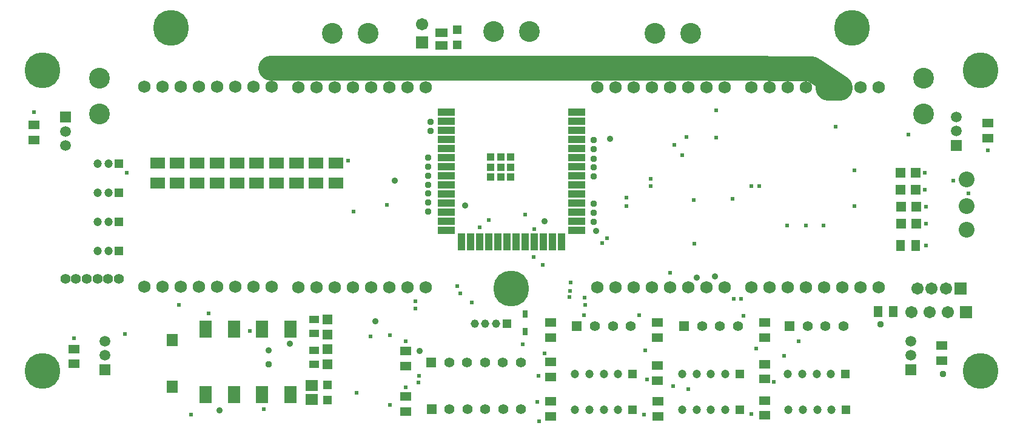
<source format=gts>
G04*
G04 #@! TF.GenerationSoftware,Altium Limited,Altium Designer,20.2.5 (213)*
G04*
G04 Layer_Color=8388736*
%FSLAX44Y44*%
%MOMM*%
G71*
G04*
G04 #@! TF.SameCoordinates,F2EF3DC7-CE59-478A-9F64-9A272EA7E262*
G04*
G04*
G04 #@! TF.FilePolarity,Negative*
G04*
G01*
G75*
%ADD21R,1.4082X1.0065*%
%ADD23R,1.2000X1.2000*%
%ADD26R,1.2000X1.2000*%
%ADD36R,1.3032X1.5032*%
%ADD37R,1.5032X1.3032*%
%ADD38R,1.4032X1.4032*%
%ADD39R,1.8032X2.4032*%
%ADD40R,1.8032X2.3832*%
%ADD41R,1.4032X1.4032*%
%ADD42R,1.7532X1.5532*%
%ADD43R,2.1132X1.5732*%
%ADD44R,0.8032X1.0032*%
%ADD45C,2.2032*%
%ADD46R,1.1032X1.1032*%
%ADD47R,1.1032X2.4532*%
%ADD48R,2.4532X1.1032*%
%ADD49R,1.6032X1.7032*%
%ADD50R,1.6532X1.2532*%
%ADD51C,3.5080*%
%ADD52C,1.2700*%
%ADD53C,1.4000*%
%ADD54R,1.4000X1.4000*%
%ADD55C,2.9032*%
%ADD56C,1.7272*%
%ADD57C,1.2000*%
%ADD58C,5.0032*%
%ADD59C,1.7032*%
%ADD60R,1.7032X1.7032*%
%ADD61C,1.4112*%
%ADD62C,1.5032*%
%ADD63R,1.5032X1.5032*%
%ADD64R,1.7032X1.7032*%
%ADD65C,1.1500*%
%ADD66R,1.1500X1.1500*%
%ADD67C,0.9532*%
%ADD68C,0.9032*%
%ADD69C,0.6032*%
%ADD70C,3.2032*%
D21*
X-275711Y-199569D02*
D03*
Y-180552D02*
D03*
X-275483Y-137589D02*
D03*
Y-156606D02*
D03*
D23*
X168842Y-263811D02*
D03*
X318500Y-213811D02*
D03*
X168842D02*
D03*
X318500Y-263811D02*
D03*
X466842D02*
D03*
X466000Y-213811D02*
D03*
X-547750Y80000D02*
D03*
Y39378D02*
D03*
Y-622D02*
D03*
Y-41250D02*
D03*
D26*
X-256860Y-228733D02*
D03*
Y-249733D02*
D03*
X-76000Y246000D02*
D03*
Y267000D02*
D03*
D36*
X533111Y-126075D02*
D03*
X512111D02*
D03*
X564024Y-34159D02*
D03*
X543024D02*
D03*
D37*
X-147798Y-266098D02*
D03*
Y-245098D02*
D03*
X664737Y116090D02*
D03*
Y137090D02*
D03*
X-610860Y-199494D02*
D03*
Y-178494D02*
D03*
X-666398Y113170D02*
D03*
Y134170D02*
D03*
X203904Y-141311D02*
D03*
Y-162311D02*
D03*
X55000Y-141311D02*
D03*
Y-162311D02*
D03*
X353202Y-141348D02*
D03*
Y-162348D02*
D03*
X601000Y-173518D02*
D03*
Y-194518D02*
D03*
X55000Y-217811D02*
D03*
Y-196811D02*
D03*
X353202Y-220598D02*
D03*
Y-199598D02*
D03*
X203904Y-222811D02*
D03*
Y-201811D02*
D03*
X204658Y-272811D02*
D03*
Y-251811D02*
D03*
X353202Y-271348D02*
D03*
Y-250348D02*
D03*
X-147798Y-202098D02*
D03*
Y-181098D02*
D03*
X55000Y-251811D02*
D03*
Y-272811D02*
D03*
D38*
X563976Y67801D02*
D03*
X542976D02*
D03*
X563976Y43801D02*
D03*
X542976D02*
D03*
X564976Y19801D02*
D03*
X543976D02*
D03*
X564976Y-3199D02*
D03*
X543976D02*
D03*
D39*
X-387500Y-150550D02*
D03*
X-348000Y-242511D02*
D03*
X-308500D02*
D03*
X-427250Y-150550D02*
D03*
D40*
X-387500Y-242450D02*
D03*
X-348000Y-150611D02*
D03*
X-308500D02*
D03*
X-427250Y-242450D02*
D03*
D41*
X-256711Y-199561D02*
D03*
Y-178561D02*
D03*
X-256483Y-158598D02*
D03*
Y-137598D02*
D03*
D42*
X-278570Y-248861D02*
D03*
Y-229361D02*
D03*
D43*
X-327998Y81530D02*
D03*
Y53110D02*
D03*
X-355711Y81530D02*
D03*
Y53110D02*
D03*
X-383425Y81530D02*
D03*
Y53110D02*
D03*
X-411138Y81530D02*
D03*
Y53110D02*
D03*
X-466565Y81530D02*
D03*
Y53110D02*
D03*
X-494279Y81530D02*
D03*
Y53110D02*
D03*
X-438852Y81530D02*
D03*
Y53110D02*
D03*
X-272571Y81530D02*
D03*
Y53110D02*
D03*
X-300284Y81530D02*
D03*
Y53110D02*
D03*
X-244858Y81530D02*
D03*
Y53110D02*
D03*
D44*
X19000Y-154500D02*
D03*
Y-129500D02*
D03*
D45*
X635202Y57963D02*
D03*
Y20963D02*
D03*
Y-12037D02*
D03*
D46*
X-1000Y89400D02*
D03*
X-15000D02*
D03*
X-29000D02*
D03*
X-1000Y61400D02*
D03*
X-15000D02*
D03*
X-29000D02*
D03*
X-1000Y75400D02*
D03*
X-29000D02*
D03*
X-15000D02*
D03*
D47*
X69850Y-29000D02*
D03*
X57150D02*
D03*
X44450D02*
D03*
X31750D02*
D03*
X19050D02*
D03*
X6350D02*
D03*
X-6350D02*
D03*
X-19050D02*
D03*
X-31750D02*
D03*
X-44450D02*
D03*
X-57150D02*
D03*
X-69850D02*
D03*
D48*
X91500Y152600D02*
D03*
Y-12500D02*
D03*
Y200D02*
D03*
Y12900D02*
D03*
Y25600D02*
D03*
Y38300D02*
D03*
Y51000D02*
D03*
Y63700D02*
D03*
Y76400D02*
D03*
Y89100D02*
D03*
Y101800D02*
D03*
Y114500D02*
D03*
Y127200D02*
D03*
Y139900D02*
D03*
X-91250Y114400D02*
D03*
Y101700D02*
D03*
Y89000D02*
D03*
Y76300D02*
D03*
Y63600D02*
D03*
Y50900D02*
D03*
Y38200D02*
D03*
Y25500D02*
D03*
Y12800D02*
D03*
Y100D02*
D03*
Y-12600D02*
D03*
Y127100D02*
D03*
Y139800D02*
D03*
Y152500D02*
D03*
D49*
X-473304Y-230878D02*
D03*
Y-165878D02*
D03*
D50*
X-98000Y263500D02*
D03*
Y245000D02*
D03*
D51*
X418890Y213509D02*
X443446Y197152D01*
X458856Y186887D01*
X441390Y186422D02*
X458390D01*
X24804Y214069D02*
X24876Y214140D01*
Y214142D01*
X25020Y214287D01*
X24731Y213998D02*
X24876Y214142D01*
X-336750Y214000D02*
X-163283D01*
X-163281Y213998D01*
X24731D01*
X297588Y213748D02*
X418890Y213509D01*
X241170Y213860D02*
X297588Y213748D01*
X224927Y213892D02*
X241170Y213860D01*
X25020Y214287D02*
X224927Y213892D01*
D52*
X458390Y186422D02*
X458856Y186887D01*
X462009D01*
D53*
X12948Y-197010D02*
D03*
X-12052D02*
D03*
X-37052D02*
D03*
X-62052D02*
D03*
X-87052D02*
D03*
X266000Y-146311D02*
D03*
X291000D02*
D03*
X316000D02*
D03*
X-86552Y-262260D02*
D03*
X-61552D02*
D03*
X-36552D02*
D03*
X-11552D02*
D03*
X13448D02*
D03*
X166500Y-146311D02*
D03*
X141500D02*
D03*
X116500D02*
D03*
X463500D02*
D03*
X438500D02*
D03*
X413500D02*
D03*
D54*
X-112052Y-197010D02*
D03*
X241000Y-146311D02*
D03*
X-111552Y-262260D02*
D03*
X91500Y-146311D02*
D03*
X388500D02*
D03*
D55*
X-24980Y264787D02*
D03*
X25020D02*
D03*
X-574980Y149788D02*
D03*
Y199788D02*
D03*
X-250000Y262500D02*
D03*
X-200000D02*
D03*
X250000D02*
D03*
X200000D02*
D03*
X575000Y200000D02*
D03*
Y150000D02*
D03*
D56*
X-436019Y187666D02*
D03*
X-461419Y187466D02*
D03*
X-486819Y187666D02*
D03*
X-512219D02*
D03*
X-272080Y187287D02*
D03*
X-297480D02*
D03*
X-221280D02*
D03*
X-246680Y187087D02*
D03*
X195909Y186887D02*
D03*
X170509Y186687D02*
D03*
X145109Y186887D02*
D03*
X119709D02*
D03*
X411209D02*
D03*
X385809Y186687D02*
D03*
X360409Y186887D02*
D03*
X335009D02*
D03*
X-334419Y-91734D02*
D03*
X-359819D02*
D03*
X-385219D02*
D03*
X-410619D02*
D03*
X-436019D02*
D03*
X-461419D02*
D03*
X-486819D02*
D03*
X-512219D02*
D03*
X-410619Y187666D02*
D03*
X-359819D02*
D03*
X-334419D02*
D03*
X-385219D02*
D03*
X-119680Y-92113D02*
D03*
X-145080D02*
D03*
X-170480D02*
D03*
X-195880D02*
D03*
X-221280D02*
D03*
X-246680D02*
D03*
X-272080D02*
D03*
X-297480D02*
D03*
X-195880Y187287D02*
D03*
X-145080D02*
D03*
X-119680D02*
D03*
X-170480D02*
D03*
X297509Y-92513D02*
D03*
X272109D02*
D03*
X246709D02*
D03*
X221309D02*
D03*
X195909D02*
D03*
X170509D02*
D03*
X145109D02*
D03*
X119709D02*
D03*
X221309Y186887D02*
D03*
X272109D02*
D03*
X297509D02*
D03*
X246709D02*
D03*
X512809Y-92513D02*
D03*
X487409D02*
D03*
X462009D02*
D03*
X436609D02*
D03*
X411209D02*
D03*
X385809D02*
D03*
X360409D02*
D03*
X335009D02*
D03*
X436609Y186887D02*
D03*
X487409D02*
D03*
X512809D02*
D03*
X462009D02*
D03*
D57*
X88842Y-263811D02*
D03*
X108842D02*
D03*
X128842D02*
D03*
X148842D02*
D03*
X-577750Y-41250D02*
D03*
Y39378D02*
D03*
Y80000D02*
D03*
Y-622D02*
D03*
X-562750Y80000D02*
D03*
Y39378D02*
D03*
Y-622D02*
D03*
Y-41250D02*
D03*
X238500Y-213811D02*
D03*
X258500D02*
D03*
X278500D02*
D03*
X298500D02*
D03*
X148842D02*
D03*
X128842D02*
D03*
X108842D02*
D03*
X88842D02*
D03*
X298500Y-263811D02*
D03*
X278500D02*
D03*
X258500D02*
D03*
X238500D02*
D03*
X446842D02*
D03*
X426842D02*
D03*
X406842D02*
D03*
X386842D02*
D03*
X446000Y-213811D02*
D03*
X426000D02*
D03*
X406000D02*
D03*
X386000D02*
D03*
D58*
X0Y-94000D02*
D03*
X475742Y269877D02*
D03*
X-655066Y-209421D02*
D03*
X655066D02*
D03*
Y210949D02*
D03*
X-475742Y269877D02*
D03*
X-655066Y210949D02*
D03*
D59*
X558462Y-126913D02*
D03*
X583862D02*
D03*
X609262D02*
D03*
X566762Y-93913D02*
D03*
X606762D02*
D03*
X586762D02*
D03*
X-125000Y275400D02*
D03*
D60*
X634662Y-126913D02*
D03*
X626762Y-93913D02*
D03*
D61*
X-623000Y-81000D02*
D03*
X-608000D02*
D03*
X-593000D02*
D03*
X-578000D02*
D03*
X-563000D02*
D03*
X-548000D02*
D03*
D62*
X621377Y145596D02*
D03*
Y125596D02*
D03*
X-567500Y-187500D02*
D03*
Y-167500D02*
D03*
X-623038Y105407D02*
D03*
Y125407D02*
D03*
X557561Y-167500D02*
D03*
Y-187500D02*
D03*
D63*
X621377Y105596D02*
D03*
X-567500Y-207500D02*
D03*
X-623038Y145407D02*
D03*
X557561Y-207500D02*
D03*
D64*
X-125000Y250000D02*
D03*
D65*
X-51416Y-143479D02*
D03*
X-36416D02*
D03*
X-21416D02*
D03*
D66*
X-6416D02*
D03*
D67*
X515000Y-144000D02*
D03*
X602500Y-213750D02*
D03*
X114798Y-713D02*
D03*
Y75287D02*
D03*
Y113287D02*
D03*
X-116250Y26000D02*
D03*
Y39000D02*
D03*
Y13000D02*
D03*
X114798Y11287D02*
D03*
Y24287D02*
D03*
Y62310D02*
D03*
Y87287D02*
D03*
X-339000Y-200000D02*
D03*
X-116250Y89000D02*
D03*
X114798Y100287D02*
D03*
X-112750Y126000D02*
D03*
Y139000D02*
D03*
X-116250Y51000D02*
D03*
Y63000D02*
D03*
Y76000D02*
D03*
D68*
X259000Y-79000D02*
D03*
X137250Y115250D02*
D03*
X-128000Y-181750D02*
D03*
X-190000Y-140000D02*
D03*
X-309750Y-171250D02*
D03*
X118250Y-13750D02*
D03*
X-407500Y-264500D02*
D03*
X-64750Y21750D02*
D03*
X46500Y250D02*
D03*
X-163000Y57000D02*
D03*
X284000Y-77000D02*
D03*
X-338798Y-180598D02*
D03*
D69*
X-129187Y-216187D02*
D03*
X-129939Y-225263D02*
D03*
X665066Y99100D02*
D03*
X255000Y-31183D02*
D03*
X385000Y-6000D02*
D03*
X479000Y70630D02*
D03*
X554000Y121250D02*
D03*
X453000Y132080D02*
D03*
X227250Y106250D02*
D03*
X238500Y92500D02*
D03*
X-75840Y-90769D02*
D03*
X-71071Y-100929D02*
D03*
X-216250Y-240000D02*
D03*
X-134323Y-122083D02*
D03*
X-228000Y84750D02*
D03*
X15448Y-172315D02*
D03*
X-447500Y-270000D02*
D03*
X102832Y-116832D02*
D03*
X160460Y21250D02*
D03*
X160250Y33000D02*
D03*
X-422798Y-128598D02*
D03*
X-539500Y-157313D02*
D03*
X38948Y-279859D02*
D03*
X346270Y49000D02*
D03*
X194753Y59000D02*
D03*
X335000Y49000D02*
D03*
X194000D02*
D03*
X638000Y38687D02*
D03*
X617000Y57000D02*
D03*
X579000Y-34000D02*
D03*
X436000Y-6000D02*
D03*
X308298Y31287D02*
D03*
X479000Y21000D02*
D03*
X254798Y29214D02*
D03*
X221154Y-72400D02*
D03*
X401000Y-168000D02*
D03*
X381003Y-188000D02*
D03*
X341690Y-177765D02*
D03*
X366500Y-224659D02*
D03*
X286042Y155000D02*
D03*
X286000Y117000D02*
D03*
X244000Y117120D02*
D03*
X-169798Y-159598D02*
D03*
X-147798Y-167598D02*
D03*
X324000Y-132000D02*
D03*
X247165Y-234811D02*
D03*
X225838Y-230811D02*
D03*
X189342Y-221048D02*
D03*
X186590Y-180311D02*
D03*
X81847Y-97694D02*
D03*
X81000Y-105920D02*
D03*
X178000Y-131000D02*
D03*
X101000D02*
D03*
X320737Y-108871D02*
D03*
X310000D02*
D03*
X-31548Y1452D02*
D03*
X127000Y-31000D02*
D03*
X133000Y-24000D02*
D03*
X102000Y-107000D02*
D03*
X82938Y-85938D02*
D03*
X-44412Y-8660D02*
D03*
X-220253Y13253D02*
D03*
X32000Y-11000D02*
D03*
X-55000Y-114000D02*
D03*
X19000Y9000D02*
D03*
X37448Y-216183D02*
D03*
X36000Y-252394D02*
D03*
X-147798Y-232218D02*
D03*
X44000Y-61300D02*
D03*
X31250Y-49750D02*
D03*
X-537000Y68000D02*
D03*
X335282Y-269518D02*
D03*
X-134000Y-111923D02*
D03*
X-346000Y-263000D02*
D03*
X-610750Y-163569D02*
D03*
X-174000Y23000D02*
D03*
X-464000Y-117000D02*
D03*
X-196798Y-160598D02*
D03*
X185202Y-270598D02*
D03*
X-169798Y-256473D02*
D03*
X-365000Y-153241D02*
D03*
X577476Y67801D02*
D03*
X578976Y-3199D02*
D03*
X578476Y19801D02*
D03*
X577476Y43801D02*
D03*
X411000Y-6000D02*
D03*
X-666726Y151904D02*
D03*
X45952Y-184848D02*
D03*
D70*
X24804Y214069D02*
D03*
X-163281Y213998D02*
D03*
X297588Y213748D02*
D03*
X-336750Y214000D02*
D03*
M02*

</source>
